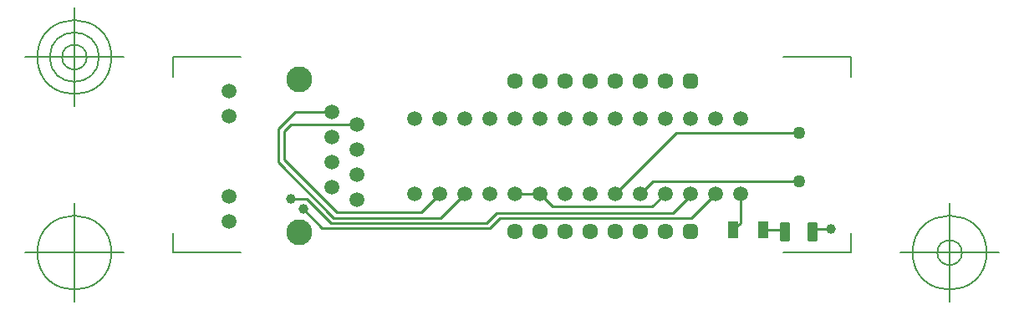
<source format=gbr>
G04 Generated by Ultiboard 11.0 *
%FSLAX25Y25*%
%MOIN*%

%ADD10C,0.01000*%
%ADD11C,0.00500*%
%ADD12C,0.03937*%
%ADD13C,0.05937*%
%ADD14C,0.10299*%
%ADD15C,0.06334*%
%ADD16R,0.02083X0.02083*%
%ADD17C,0.03917*%
%ADD18R,0.04134X0.06890*%
%ADD19C,0.05000*%
%ADD20R,0.02251X0.05834*%
%ADD21C,0.01666*%


G04 ColorRGB 00C000 for the following layer *
%LNCopper Top*%
%LPD*%
%FSLAX25Y25*%
%MOIN*%
G54D10*
X122385Y22615D02*
X132385Y22615D01*
X185500Y15000D02*
X115000Y15000D01*
X116500Y13000D02*
X192770Y13000D01*
X51500Y15350D02*
X85120Y15350D01*
X92820Y13050D02*
X50200Y13050D01*
X49000Y11000D02*
X111000Y11000D01*
X45500Y9000D02*
X112500Y9000D01*
X33115Y50115D02*
X30500Y47500D01*
X28000Y48500D02*
X34615Y55115D01*
X30500Y47500D02*
X30500Y36350D01*
X30500Y36350D02*
X51500Y15350D01*
X50200Y13050D02*
X28000Y35250D01*
X28000Y35250D02*
X28000Y48500D01*
X39500Y20500D02*
X49000Y11000D01*
X38000Y16500D02*
X45500Y9000D01*
X33000Y20500D02*
X39500Y20500D01*
X59507Y50115D02*
X33115Y50115D01*
X34615Y55115D02*
X49507Y55115D01*
X102385Y22615D02*
X92820Y13050D01*
X85120Y15350D02*
X92385Y22615D01*
X115000Y15000D02*
X111000Y11000D01*
X112500Y9000D02*
X116500Y13000D01*
X235885Y27615D02*
X177385Y27615D01*
X192385Y21885D02*
X185500Y15000D01*
X186720Y46950D02*
X235717Y46950D01*
X137550Y17450D02*
X177220Y17450D01*
X132385Y22615D02*
X137550Y17450D01*
X162385Y22615D02*
X186720Y46950D01*
X177385Y27615D02*
X172385Y22615D01*
X177220Y17450D02*
X182385Y22615D01*
X229385Y8115D02*
X221291Y8115D01*
X192770Y13000D02*
X202385Y22615D01*
X192385Y22615D02*
X192385Y21885D01*
X212385Y22615D02*
X212385Y11020D01*
X212385Y11020D02*
X209480Y8115D01*
X229885Y7615D02*
X229385Y8115D01*
X248500Y8500D02*
X240500Y8500D01*
X235717Y46950D02*
X235885Y46782D01*
G54D11*
X-13885Y-885D02*
X-13885Y6915D01*
X-13885Y-885D02*
X13142Y-885D01*
X256385Y-885D02*
X229358Y-885D01*
X256385Y-885D02*
X256385Y6915D01*
X256385Y77115D02*
X256385Y69315D01*
X256385Y77115D02*
X229358Y77115D01*
X-13885Y77115D02*
X13142Y77115D01*
X-13885Y77115D02*
X-13885Y69315D01*
X-33570Y-885D02*
X-72940Y-885D01*
X-53255Y-20570D02*
X-53255Y18800D01*
X-68019Y-885D02*
G75*
D01*
G02X-68019Y-885I14764J0*
G01*
X276070Y-885D02*
X315440Y-885D01*
X295755Y-20570D02*
X295755Y18800D01*
X280991Y-885D02*
G75*
D01*
G02X280991Y-885I14764J0*
G01*
X290834Y-885D02*
G75*
D01*
G02X290834Y-885I4921J0*
G01*
X-33570Y77115D02*
X-72940Y77115D01*
X-53255Y57430D02*
X-53255Y96800D01*
X-68019Y77115D02*
G75*
D01*
G02X-68019Y77115I14764J0*
G01*
X-63098Y77115D02*
G75*
D01*
G02X-63098Y77115I9843J0*
G01*
X-58176Y77115D02*
G75*
D01*
G02X-58176Y77115I4921J0*
G01*
G54D12*
X33000Y20500D03*
X38000Y16500D03*
X248500Y8500D03*
G54D13*
X59507Y30115D03*
X59507Y20115D03*
X59507Y40115D03*
X59507Y50115D03*
X8523Y63717D03*
X8523Y11513D03*
X8523Y21513D03*
X8523Y53717D03*
X49507Y35115D03*
X49507Y25115D03*
X49507Y55115D03*
X49507Y45115D03*
X122385Y22615D03*
X122385Y52615D03*
X92385Y22615D03*
X92385Y52615D03*
X82385Y22615D03*
X82385Y52615D03*
X112385Y22615D03*
X102385Y22615D03*
X112385Y52615D03*
X102385Y52615D03*
X192385Y22615D03*
X192385Y52615D03*
X142385Y22615D03*
X132385Y22615D03*
X152385Y22615D03*
X142385Y52615D03*
X132385Y52615D03*
X152385Y52615D03*
X172385Y22615D03*
X162385Y22615D03*
X182385Y22615D03*
X172385Y52615D03*
X162385Y52615D03*
X182385Y52615D03*
X202385Y22615D03*
X212385Y22615D03*
X202385Y52615D03*
X212385Y52615D03*
G54D14*
X36515Y68127D03*
X36515Y7103D03*
G54D15*
X122385Y7603D03*
X142385Y7603D03*
X132385Y7603D03*
X152385Y7603D03*
X172385Y7603D03*
X162385Y7603D03*
X182385Y7603D03*
X122385Y67615D03*
X142385Y67615D03*
X132385Y67615D03*
X152385Y67615D03*
X172385Y67615D03*
X162385Y67615D03*
X182385Y67615D03*
G54D16*
X192385Y7603D03*
X192385Y67615D03*
G54D17*
X191344Y6562D02*
X193426Y6562D01*
X193426Y8644D01*
X191344Y8644D01*
X191344Y6562D01*D02*
X191344Y66574D02*
X193426Y66574D01*
X193426Y68656D01*
X191344Y68656D01*
X191344Y66574D01*D02*
G54D18*
X221291Y8115D03*
X209480Y8115D03*
G54D19*
X235885Y27615D03*
X235885Y46782D03*
G54D20*
X229885Y7615D03*
X240885Y7615D03*
G54D21*
X228760Y4698D02*
X231010Y4698D01*
X231010Y10532D01*
X228760Y10532D01*
X228760Y4698D01*D02*
X239760Y4698D02*
X242010Y4698D01*
X242010Y10532D01*
X239760Y10532D01*
X239760Y4698D01*D02*

M00*

</source>
